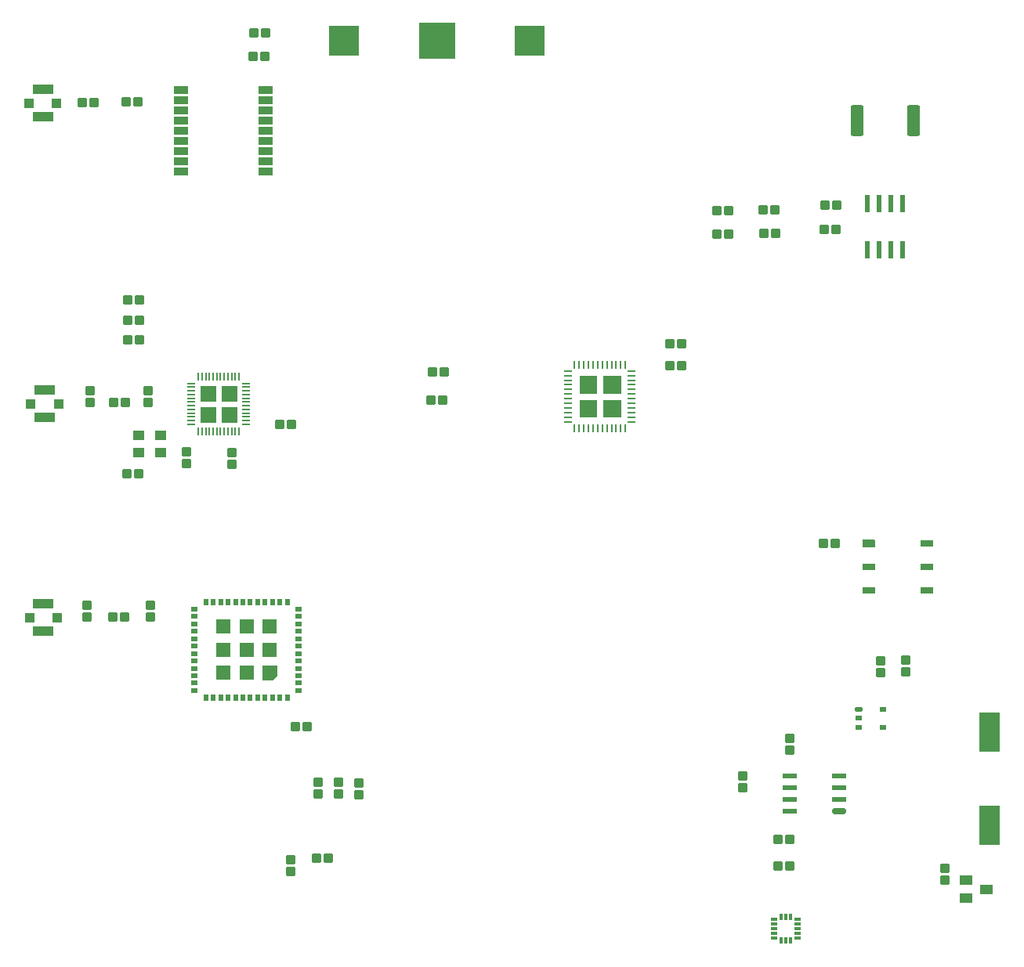
<source format=gbr>
%TF.GenerationSoftware,KiCad,Pcbnew,(5.99.0-10506-gb986797469)*%
%TF.CreationDate,2021-05-20T15:57:29+01:00*%
%TF.ProjectId,LoRa tracker,4c6f5261-2074-4726-9163-6b65722e6b69,rev?*%
%TF.SameCoordinates,Original*%
%TF.FileFunction,Paste,Top*%
%TF.FilePolarity,Positive*%
%FSLAX46Y46*%
G04 Gerber Fmt 4.6, Leading zero omitted, Abs format (unit mm)*
G04 Created by KiCad (PCBNEW (5.99.0-10506-gb986797469)) date 2021-05-20 15:57:29*
%MOMM*%
%LPD*%
G01*
G04 APERTURE LIST*
G04 Aperture macros list*
%AMRoundRect*
0 Rectangle with rounded corners*
0 $1 Rounding radius*
0 $2 $3 $4 $5 $6 $7 $8 $9 X,Y pos of 4 corners*
0 Add a 4 corners polygon primitive as box body*
4,1,4,$2,$3,$4,$5,$6,$7,$8,$9,$2,$3,0*
0 Add four circle primitives for the rounded corners*
1,1,$1+$1,$2,$3*
1,1,$1+$1,$4,$5*
1,1,$1+$1,$6,$7*
1,1,$1+$1,$8,$9*
0 Add four rect primitives between the rounded corners*
20,1,$1+$1,$2,$3,$4,$5,0*
20,1,$1+$1,$4,$5,$6,$7,0*
20,1,$1+$1,$6,$7,$8,$9,0*
20,1,$1+$1,$8,$9,$2,$3,0*%
%AMOutline5P*
0 Free polygon, 5 corners , with rotation*
0 The origin of the aperture is its center*
0 number of corners: always 8*
0 $1 to $10 corner X, Y*
0 $11 Rotation angle, in degrees counterclockwise*
0 create outline with 8 corners*
4,1,5,$1,$2,$3,$4,$5,$6,$7,$8,$9,$10,$1,$2,$11*%
%AMOutline6P*
0 Free polygon, 6 corners , with rotation*
0 The origin of the aperture is its center*
0 number of corners: always 6*
0 $1 to $12 corner X, Y*
0 $13 Rotation angle, in degrees counterclockwise*
0 create outline with 6 corners*
4,1,6,$1,$2,$3,$4,$5,$6,$7,$8,$9,$10,$11,$12,$1,$2,$13*%
%AMOutline7P*
0 Free polygon, 7 corners , with rotation*
0 The origin of the aperture is its center*
0 number of corners: always 7*
0 $1 to $14 corner X, Y*
0 $15 Rotation angle, in degrees counterclockwise*
0 create outline with 7 corners*
4,1,7,$1,$2,$3,$4,$5,$6,$7,$8,$9,$10,$11,$12,$13,$14,$1,$2,$15*%
%AMOutline8P*
0 Free polygon, 8 corners , with rotation*
0 The origin of the aperture is its center*
0 number of corners: always 8*
0 $1 to $16 corner X, Y*
0 $17 Rotation angle, in degrees counterclockwise*
0 create outline with 8 corners*
4,1,8,$1,$2,$3,$4,$5,$6,$7,$8,$9,$10,$11,$12,$13,$14,$15,$16,$1,$2,$17*%
G04 Aperture macros list end*
%ADD10C,0.010000*%
%ADD11R,1.000000X1.000000*%
%ADD12R,2.200000X1.050000*%
%ADD13R,1.210000X1.010000*%
%ADD14RoundRect,0.150000X-0.625000X0.150000X-0.625000X-0.150000X0.625000X-0.150000X0.625000X0.150000X0*%
%ADD15R,1.550000X0.600000*%
%ADD16R,1.600000X1.600000*%
%ADD17R,0.500000X0.800000*%
%ADD18R,0.800000X0.500000*%
%ADD19R,0.840000X0.260000*%
%ADD20R,0.260000X0.840000*%
%ADD21R,0.810000X0.220000*%
%ADD22R,0.220000X0.810000*%
%ADD23RoundRect,0.137500X0.262500X-0.137500X0.262500X0.137500X-0.262500X0.137500X-0.262500X-0.137500X0*%
%ADD24R,0.800000X0.550000*%
%ADD25Outline5P,0.400000X0.700000X0.400000X-0.700000X-0.400000X-0.700000X-0.400000X0.540000X-0.240000X0.700000X270.000000*%
%ADD26R,1.400000X0.800000*%
%ADD27R,0.300000X0.800000*%
%ADD28R,0.800000X0.300000*%
%ADD29R,0.600000X1.970000*%
%ADD30RoundRect,0.250000X0.250000X0.300000X-0.250000X0.300000X-0.250000X-0.300000X0.250000X-0.300000X0*%
%ADD31RoundRect,0.250000X-0.300000X0.250000X-0.300000X-0.250000X0.300000X-0.250000X0.300000X0.250000X0*%
%ADD32RoundRect,0.250000X-0.250000X-0.300000X0.250000X-0.300000X0.250000X0.300000X-0.250000X0.300000X0*%
%ADD33RoundRect,0.250000X0.300000X-0.250000X0.300000X0.250000X-0.300000X0.250000X-0.300000X-0.250000X0*%
%ADD34RoundRect,0.249999X0.450001X1.425001X-0.450001X1.425001X-0.450001X-1.425001X0.450001X-1.425001X0*%
%ADD35R,1.399540X0.998220*%
%ADD36R,2.310000X4.220000*%
%ADD37R,1.600000X0.900000*%
%ADD38R,3.180000X3.180000*%
%ADD39R,3.960000X3.960000*%
G04 APERTURE END LIST*
%TO.C,U8*%
G36*
X123290000Y-163620000D02*
G01*
X122790000Y-164120000D01*
X121690000Y-164120000D01*
X121690000Y-162520000D01*
X123290000Y-162520000D01*
X123290000Y-163620000D01*
G37*
D10*
%TO.C,U7*%
X155981560Y-131215000D02*
X157805000Y-131215000D01*
X157805000Y-131215000D02*
X157805000Y-133034412D01*
X157805000Y-133034412D02*
X155981560Y-133034412D01*
X155981560Y-133034412D02*
X155981560Y-131215000D01*
G36*
X157805000Y-133034412D02*
G01*
X155981560Y-133034412D01*
X155981560Y-131215000D01*
X157805000Y-131215000D01*
X157805000Y-133034412D01*
G37*
X157805000Y-133034412D02*
X155981560Y-133034412D01*
X155981560Y-131215000D01*
X157805000Y-131215000D01*
X157805000Y-133034412D01*
X158555615Y-131215000D02*
X160375000Y-131215000D01*
X160375000Y-131215000D02*
X160375000Y-133034385D01*
X160375000Y-133034385D02*
X158555615Y-133034385D01*
X158555615Y-133034385D02*
X158555615Y-131215000D01*
G36*
X160375000Y-133034385D02*
G01*
X158555615Y-133034385D01*
X158555615Y-131215000D01*
X160375000Y-131215000D01*
X160375000Y-133034385D01*
G37*
X160375000Y-133034385D02*
X158555615Y-133034385D01*
X158555615Y-131215000D01*
X160375000Y-131215000D01*
X160375000Y-133034385D01*
X155982920Y-133785000D02*
X157805000Y-133785000D01*
X157805000Y-133785000D02*
X157805000Y-135607080D01*
X157805000Y-135607080D02*
X155982920Y-135607080D01*
X155982920Y-135607080D02*
X155982920Y-133785000D01*
G36*
X157805000Y-135607080D02*
G01*
X155982920Y-135607080D01*
X155982920Y-133785000D01*
X157805000Y-133785000D01*
X157805000Y-135607080D01*
G37*
X157805000Y-135607080D02*
X155982920Y-135607080D01*
X155982920Y-133785000D01*
X157805000Y-133785000D01*
X157805000Y-135607080D01*
X158555078Y-133785000D02*
X160375000Y-133785000D01*
X160375000Y-133785000D02*
X160375000Y-135605460D01*
X160375000Y-135605460D02*
X158555078Y-135605460D01*
X158555078Y-135605460D02*
X158555078Y-133785000D01*
G36*
X160375000Y-135605460D02*
G01*
X158555078Y-135605460D01*
X158555078Y-133785000D01*
X160375000Y-133785000D01*
X160375000Y-135605460D01*
G37*
X160375000Y-135605460D02*
X158555078Y-135605460D01*
X158555078Y-133785000D01*
X160375000Y-133785000D01*
X160375000Y-135605460D01*
%TO.C,U6*%
X118935000Y-136185000D02*
X117305000Y-136185000D01*
X117305000Y-136185000D02*
X117305000Y-134555000D01*
X117305000Y-134555000D02*
X118935000Y-134555000D01*
X118935000Y-134555000D02*
X118935000Y-136185000D01*
G36*
X118935000Y-136185000D02*
G01*
X117305000Y-136185000D01*
X117305000Y-134555000D01*
X118935000Y-134555000D01*
X118935000Y-136185000D01*
G37*
X118935000Y-136185000D02*
X117305000Y-136185000D01*
X117305000Y-134555000D01*
X118935000Y-134555000D01*
X118935000Y-136185000D01*
X116635000Y-136185000D02*
X115005000Y-136185000D01*
X115005000Y-136185000D02*
X115005000Y-134555000D01*
X115005000Y-134555000D02*
X116635000Y-134555000D01*
X116635000Y-134555000D02*
X116635000Y-136185000D01*
G36*
X116635000Y-136185000D02*
G01*
X115005000Y-136185000D01*
X115005000Y-134555000D01*
X116635000Y-134555000D01*
X116635000Y-136185000D01*
G37*
X116635000Y-136185000D02*
X115005000Y-136185000D01*
X115005000Y-134555000D01*
X116635000Y-134555000D01*
X116635000Y-136185000D01*
X116635000Y-133885000D02*
X115005000Y-133885000D01*
X115005000Y-133885000D02*
X115005000Y-132255000D01*
X115005000Y-132255000D02*
X116635000Y-132255000D01*
X116635000Y-132255000D02*
X116635000Y-133885000D01*
G36*
X116635000Y-133885000D02*
G01*
X115005000Y-133885000D01*
X115005000Y-132255000D01*
X116635000Y-132255000D01*
X116635000Y-133885000D01*
G37*
X116635000Y-133885000D02*
X115005000Y-133885000D01*
X115005000Y-132255000D01*
X116635000Y-132255000D01*
X116635000Y-133885000D01*
X118935000Y-133885000D02*
X117305000Y-133885000D01*
X117305000Y-133885000D02*
X117305000Y-132255000D01*
X117305000Y-132255000D02*
X118935000Y-132255000D01*
X118935000Y-132255000D02*
X118935000Y-133885000D01*
G36*
X118935000Y-133885000D02*
G01*
X117305000Y-133885000D01*
X117305000Y-132255000D01*
X118935000Y-132255000D01*
X118935000Y-133885000D01*
G37*
X118935000Y-133885000D02*
X117305000Y-133885000D01*
X117305000Y-132255000D01*
X118935000Y-132255000D01*
X118935000Y-133885000D01*
%TD*%
D11*
%TO.C,AE1*%
X99480000Y-101690000D03*
X96480000Y-101690000D03*
D12*
X97980000Y-103165000D03*
X97980000Y-100215000D03*
%TD*%
D13*
%TO.C,Y1*%
X110730000Y-137603609D03*
X108370000Y-137603609D03*
X108370000Y-139463609D03*
X110730000Y-139463609D03*
%TD*%
D14*
%TO.C,U9*%
X184058578Y-178235000D03*
D15*
X184058578Y-176965000D03*
X184058578Y-175695000D03*
X184058578Y-174425000D03*
X178658578Y-174425000D03*
X178658578Y-175695000D03*
X178658578Y-176965000D03*
X178658578Y-178235000D03*
%TD*%
D11*
%TO.C,U8*%
X122490000Y-163320000D03*
D16*
X117490000Y-158320000D03*
X119990000Y-158320000D03*
X122490000Y-158320000D03*
X117490000Y-160820000D03*
X119990000Y-160820000D03*
X122490000Y-160820000D03*
X117490000Y-163320000D03*
X119990000Y-163320000D03*
D17*
X124390000Y-166020000D03*
X123590000Y-166020000D03*
X122790000Y-166020000D03*
X121990000Y-166020000D03*
X121190000Y-166020000D03*
X120390000Y-166020000D03*
X119590000Y-166020000D03*
X118790000Y-166020000D03*
X117990000Y-166020000D03*
X117190000Y-166020000D03*
X116390000Y-166020000D03*
X115590000Y-166020000D03*
D18*
X114340000Y-165220000D03*
X114340000Y-164420000D03*
X114340000Y-163620000D03*
X114340000Y-162820000D03*
X114340000Y-162020000D03*
X114340000Y-161220000D03*
X114340000Y-160420000D03*
X114340000Y-159620000D03*
X114340000Y-158820000D03*
X114340000Y-158020000D03*
X114340000Y-157220000D03*
X114340000Y-156420000D03*
D17*
X115590000Y-155620000D03*
X116390000Y-155620000D03*
X117190000Y-155620000D03*
X117990000Y-155620000D03*
X118790000Y-155620000D03*
X119590000Y-155620000D03*
X120390000Y-155620000D03*
X121190000Y-155620000D03*
X121990000Y-155620000D03*
X122790000Y-155620000D03*
X123590000Y-155620000D03*
X124390000Y-155620000D03*
D18*
X125640000Y-156420000D03*
X125640000Y-157220000D03*
X125640000Y-158020000D03*
X125640000Y-158820000D03*
X125640000Y-159620000D03*
X125640000Y-160420000D03*
X125640000Y-161220000D03*
X125640000Y-162020000D03*
X125640000Y-162820000D03*
X125640000Y-163620000D03*
X125640000Y-164420000D03*
X125640000Y-165220000D03*
%TD*%
D19*
%TO.C,U7*%
X154745000Y-130660000D03*
X154745000Y-131160000D03*
X154745000Y-131660000D03*
X154745000Y-132160000D03*
X154745000Y-132660000D03*
X154745000Y-133160000D03*
X154745000Y-133660000D03*
X154745000Y-134160000D03*
X154745000Y-134660000D03*
X154745000Y-135160000D03*
X154745000Y-135660000D03*
X154745000Y-136160000D03*
D20*
X155430000Y-136845000D03*
X155930000Y-136845000D03*
X156430000Y-136845000D03*
X156930000Y-136845000D03*
X157430000Y-136845000D03*
X157930000Y-136845000D03*
X158430000Y-136845000D03*
X158930000Y-136845000D03*
X159430000Y-136845000D03*
X159930000Y-136845000D03*
X160430000Y-136845000D03*
X160930000Y-136845000D03*
D19*
X161615000Y-136160000D03*
X161615000Y-135660000D03*
X161615000Y-135160000D03*
X161615000Y-134660000D03*
X161615000Y-134160000D03*
X161615000Y-133660000D03*
X161615000Y-133160000D03*
X161615000Y-132660000D03*
X161615000Y-132160000D03*
X161615000Y-131660000D03*
X161615000Y-131160000D03*
X161615000Y-130660000D03*
D20*
X160930000Y-129975000D03*
X160430000Y-129975000D03*
X159930000Y-129975000D03*
X159430000Y-129975000D03*
X158930000Y-129975000D03*
X158430000Y-129975000D03*
X157930000Y-129975000D03*
X157430000Y-129975000D03*
X156930000Y-129975000D03*
X156430000Y-129975000D03*
X155930000Y-129975000D03*
X155430000Y-129975000D03*
%TD*%
D21*
%TO.C,U6*%
X119920000Y-136420000D03*
X119920000Y-136020000D03*
X119920000Y-135620000D03*
X119920000Y-135220000D03*
X119920000Y-134820000D03*
X119920000Y-134420000D03*
X119920000Y-134020000D03*
X119920000Y-133620000D03*
X119920000Y-133220000D03*
X119920000Y-132820000D03*
X119920000Y-132420000D03*
X119920000Y-132020000D03*
D22*
X119170000Y-131270000D03*
X118770000Y-131270000D03*
X118370000Y-131270000D03*
X117970000Y-131270000D03*
X117570000Y-131270000D03*
X117170000Y-131270000D03*
X116770000Y-131270000D03*
X116370000Y-131270000D03*
X115970000Y-131270000D03*
X115570000Y-131270000D03*
X115170000Y-131270000D03*
X114770000Y-131270000D03*
D21*
X114020000Y-132020000D03*
X114020000Y-132420000D03*
X114020000Y-132820000D03*
X114020000Y-133220000D03*
X114020000Y-133620000D03*
X114020000Y-134020000D03*
X114020000Y-134420000D03*
X114020000Y-134820000D03*
X114020000Y-135220000D03*
X114020000Y-135620000D03*
X114020000Y-136020000D03*
X114020000Y-136420000D03*
D22*
X114770000Y-137170000D03*
X115170000Y-137170000D03*
X115570000Y-137170000D03*
X115970000Y-137170000D03*
X116370000Y-137170000D03*
X116770000Y-137170000D03*
X117170000Y-137170000D03*
X117570000Y-137170000D03*
X117970000Y-137170000D03*
X118370000Y-137170000D03*
X118770000Y-137170000D03*
X119170000Y-137170000D03*
%TD*%
D23*
%TO.C,U5*%
X186137500Y-167267500D03*
D24*
X186137500Y-168217500D03*
X186137500Y-169167500D03*
X188737500Y-169167500D03*
X188737500Y-167267500D03*
%TD*%
D25*
%TO.C,U4*%
X187210000Y-149270000D03*
D26*
X187210000Y-151810000D03*
X187210000Y-154350000D03*
X193510000Y-154350000D03*
X193510000Y-151810000D03*
X193510000Y-149270000D03*
%TD*%
D27*
%TO.C,U3*%
X177750000Y-189675000D03*
X178250000Y-189675000D03*
X178750000Y-189675000D03*
D28*
X179525000Y-189950000D03*
X179525000Y-190450000D03*
X179525000Y-190950000D03*
X179525000Y-191450000D03*
X179525000Y-191950000D03*
D27*
X178750000Y-192225000D03*
X178250000Y-192225000D03*
X177750000Y-192225000D03*
D28*
X176975000Y-191950000D03*
X176975000Y-191450000D03*
X176975000Y-190950000D03*
X176975000Y-190450000D03*
X176975000Y-189950000D03*
%TD*%
D29*
%TO.C,U1*%
X190875000Y-112590000D03*
X189605000Y-112590000D03*
X188335000Y-112590000D03*
X187065000Y-112590000D03*
X187065000Y-117530000D03*
X188335000Y-117530000D03*
X189605000Y-117530000D03*
X190875000Y-117530000D03*
%TD*%
D30*
%TO.C,R9*%
X124714000Y-184790000D03*
X124714000Y-183520000D03*
%TD*%
D31*
%TO.C,R8*%
X106780000Y-157290000D03*
X105510000Y-157290000D03*
%TD*%
%TO.C,R7*%
X126492000Y-169164000D03*
X125222000Y-169164000D03*
%TD*%
%TO.C,R6*%
X106880000Y-134080000D03*
X105610000Y-134080000D03*
%TD*%
D32*
%TO.C,R5*%
X173645000Y-174435000D03*
X173645000Y-175705000D03*
%TD*%
%TO.C,R4*%
X178655000Y-170385000D03*
X178655000Y-171655000D03*
%TD*%
D33*
%TO.C,R3*%
X182345000Y-149295000D03*
X183615000Y-149295000D03*
%TD*%
D30*
%TO.C,R2*%
X195410000Y-185750000D03*
X195410000Y-184480000D03*
%TD*%
D34*
%TO.C,R1*%
X192060000Y-103610000D03*
X185960000Y-103610000D03*
%TD*%
D35*
%TO.C,Q1*%
X197760180Y-185745040D03*
X197760180Y-187644960D03*
X199959820Y-186695000D03*
%TD*%
D36*
%TO.C,PZ1*%
X200250000Y-179795000D03*
X200250000Y-169705000D03*
%TD*%
D37*
%TO.C,MOD2*%
X112868596Y-109080000D03*
X112868596Y-107980000D03*
X112868596Y-106880000D03*
X112868596Y-105780000D03*
X112868596Y-104680000D03*
X112868596Y-103580000D03*
X112868596Y-102480000D03*
X112868596Y-101380000D03*
X112868596Y-100280000D03*
X122068596Y-100280000D03*
X122068596Y-101380000D03*
X122068596Y-102480000D03*
X122068596Y-103580000D03*
X122068596Y-104680000D03*
X122068596Y-105780000D03*
X122068596Y-106880000D03*
X122068596Y-107980000D03*
X122068596Y-109080000D03*
%TD*%
D31*
%TO.C,L1*%
X108280000Y-101590000D03*
X107010000Y-101590000D03*
%TD*%
D33*
%TO.C,C34*%
X139950000Y-133830000D03*
X141220000Y-133830000D03*
%TD*%
%TO.C,C33*%
X140120000Y-130750000D03*
X141390000Y-130750000D03*
%TD*%
%TO.C,C32*%
X127508000Y-183388000D03*
X128778000Y-183388000D03*
%TD*%
D31*
%TO.C,C31*%
X178715000Y-184165000D03*
X177445000Y-184165000D03*
%TD*%
D30*
%TO.C,C30*%
X191190000Y-163237157D03*
X191190000Y-161967157D03*
%TD*%
D31*
%TO.C,C29*%
X178727157Y-181330000D03*
X177457157Y-181330000D03*
%TD*%
D30*
%TO.C,C28*%
X188520000Y-163280000D03*
X188520000Y-162010000D03*
%TD*%
%TO.C,C27*%
X129915000Y-176417500D03*
X129915000Y-175147500D03*
%TD*%
%TO.C,C26*%
X127680000Y-176400000D03*
X127680000Y-175130000D03*
%TD*%
%TO.C,C25*%
X132110000Y-175180000D03*
X132110000Y-176450000D03*
%TD*%
%TO.C,C24*%
X102780000Y-157310000D03*
X102780000Y-156040000D03*
%TD*%
%TO.C,C23*%
X109580000Y-157270000D03*
X109580000Y-156000000D03*
%TD*%
D33*
%TO.C,C22*%
X165700000Y-127720000D03*
X166970000Y-127720000D03*
%TD*%
%TO.C,C21*%
X165700000Y-130110000D03*
X166970000Y-130110000D03*
%TD*%
D30*
%TO.C,C19*%
X103085000Y-134105000D03*
X103085000Y-132835000D03*
%TD*%
D32*
%TO.C,C18*%
X113475000Y-139415000D03*
X113475000Y-140685000D03*
%TD*%
D31*
%TO.C,C17*%
X108295000Y-141805000D03*
X107025000Y-141805000D03*
%TD*%
D30*
%TO.C,C16*%
X109330000Y-134070000D03*
X109330000Y-132800000D03*
%TD*%
D31*
%TO.C,C15*%
X124855000Y-136425000D03*
X123585000Y-136425000D03*
%TD*%
D30*
%TO.C,C13*%
X118370000Y-140790000D03*
X118370000Y-139520000D03*
%TD*%
D33*
%TO.C,C12*%
X107180000Y-125170000D03*
X108450000Y-125170000D03*
%TD*%
%TO.C,C11*%
X107160000Y-123010000D03*
X108430000Y-123010000D03*
%TD*%
%TO.C,C10*%
X107120000Y-127280000D03*
X108390000Y-127280000D03*
%TD*%
D31*
%TO.C,C9*%
X103515000Y-101605000D03*
X102245000Y-101605000D03*
%TD*%
%TO.C,C8*%
X121985000Y-96675000D03*
X120715000Y-96675000D03*
%TD*%
%TO.C,C7*%
X122075000Y-94105000D03*
X120805000Y-94105000D03*
%TD*%
%TO.C,C6*%
X183700000Y-115390000D03*
X182430000Y-115390000D03*
%TD*%
%TO.C,C5*%
X183770000Y-112720000D03*
X182500000Y-112720000D03*
%TD*%
D33*
%TO.C,C4*%
X170815000Y-115865000D03*
X172085000Y-115865000D03*
%TD*%
%TO.C,C3*%
X170820000Y-113370000D03*
X172090000Y-113370000D03*
%TD*%
D31*
%TO.C,C2*%
X177145000Y-115745000D03*
X175875000Y-115745000D03*
%TD*%
%TO.C,C1*%
X177105000Y-113245000D03*
X175835000Y-113245000D03*
%TD*%
D38*
%TO.C,BT1*%
X150580000Y-94990000D03*
X130540000Y-94990000D03*
D39*
X140560000Y-94990000D03*
%TD*%
D11*
%TO.C,AE3*%
X99540000Y-157320000D03*
X96540000Y-157320000D03*
D12*
X98040000Y-158795000D03*
X98040000Y-155845000D03*
%TD*%
D11*
%TO.C,AE2*%
X99680000Y-134220000D03*
X96680000Y-134220000D03*
D12*
X98180000Y-135695000D03*
X98180000Y-132745000D03*
%TD*%
M02*

</source>
